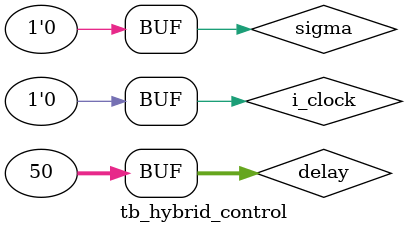
<source format=v>


`timescale 1 ns / 1 ps

module tb_hybrid_control;

integer counter;

integer delay = 50;         // time for which jumps are inhibits


reg  i_clock;
reg  sigma_prev;
reg  sigma;  // output variable sigma {0,1}
wire jump_enable;
wire sigma_reset;
reg  clk_50;

// variable initialization
initial begin
   sigma_prev  = 1;
   counter     = 0;
   clk_50      = 1;
end

always
   begin //100MHz
      i_clock = 1'b1;
      #5
      i_clock = 1'b0;
      #5;
end

always
   begin //100MHz
      sigma = 1'b1;
      #10000
      sigma = 1'b0;
      #10000;
end


// latch for the signal feedback
always @(posedge i_clock) begin
   sigma_prev <= sigma;
   clk_50 <= ~clk_50;
end



always @(posedge clk_50 or negedge sigma_reset) begin
   if(~sigma_reset) begin
      counter <= 1;
   end else begin
      if( ~jump_enable ) begin
         if( counter < delay )
            counter <= counter+1;
         else
            counter <= 0;
      end
   end
end

assign sigma_reset = (sigma_prev!=sigma) ? 1'b0 : 1'b1;

assign jump_enable = (counter == 0) ? 1'b1 : 1'b0;

endmodule
</source>
